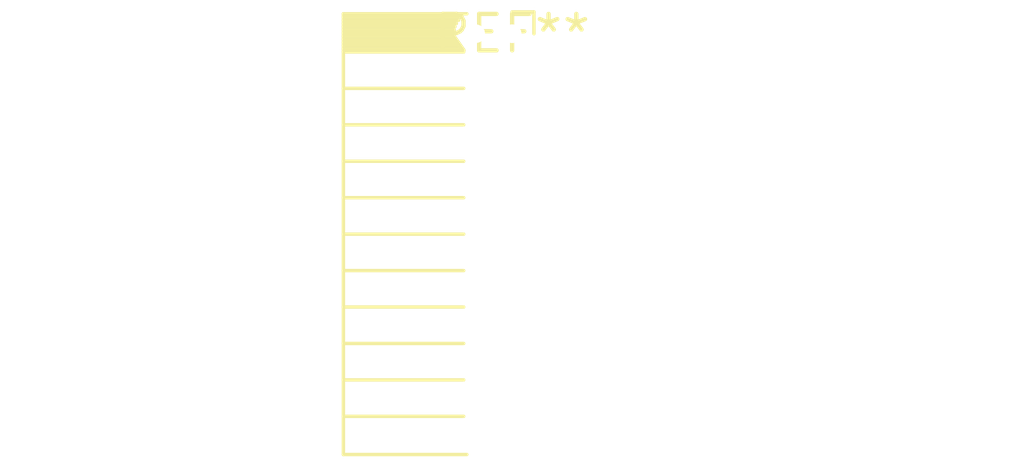
<source format=kicad_pcb>
(kicad_pcb (version 20240108) (generator pcbnew)
  (layers (0 "F.Cu" signal) (31 "B.Cu" signal) (34 "B.Paste" user) (35 "F.Paste" user) (36 "B.SilkS" user "B.Silkscreen") (37 "F.SilkS" user "F.Silkscreen") (38 "B.Mask" user) (39 "F.Mask" user) (44 "Edge.Cuts" user))
  (net 0 "")
  (footprint "PinSocket_2x12_P1.27mm_Horizontal" (layer "F.Cu") (at 0 0)
    (property "Reference" "REF**")
    (property "Value" "PinSocket_2x12_P1.27mm_Horizontal")
    (fp_line (start -5.88 -0.695) (end -5.88 14.665) (layer "F.SilkS") (stroke (width 0.12)))
    (fp_line (start -5.88 -0.695) (end -1.57753 -0.695) (layer "F.SilkS") (stroke (width 0.12)))
    (fp_line (start -5.88 -0.575) (end -1.766966 -0.575) (layer "F.SilkS") (stroke (width 0.12)))
    (fp_line (start -5.88 -0.465) (end -1.871145 -0.465) (layer "F.SilkS") (stroke (width 0.12)))
    (fp_line (start -5.88 -0.355) (end -1.941993 -0.355) (layer "F.SilkS") (stroke (width 0.12)))
    (fp_line (start -5.88 -0.245) (end -1.989427 -0.245) (layer "F.SilkS") (stroke (width 0.12)))
    (fp_line (start -5.88 -0.135) (end -2.017914 -0.135) (layer "F.SilkS") (stroke (width 0.12)))
    (fp_line (start -5.88 -0.025) (end -2.029589 -0.025) (layer "F.SilkS") (stroke (width 0.12)))
    (fp_line (start -5.88 0.085) (end -2.025232 0.085) (layer "F.SilkS") (stroke (width 0.12)))
    (fp_line (start -5.88 0.195) (end -2.004558 0.195) (layer "F.SilkS") (stroke (width 0.12)))
    (fp_line (start -5.88 0.305) (end -1.966114 0.305) (layer "F.SilkS") (stroke (width 0.12)))
    (fp_line (start -5.88 0.415) (end -1.906691 0.415) (layer "F.SilkS") (stroke (width 0.12)))
    (fp_line (start -5.88 0.525) (end -1.819523 0.525) (layer "F.SilkS") (stroke (width 0.12)))
    (fp_line (start -5.88 0.635) (end -1.687582 0.635) (layer "F.SilkS") (stroke (width 0.12)))
    (fp_line (start -5.88 1.905) (end -1.687582 1.905) (layer "F.SilkS") (stroke (width 0.12)))
    (fp_line (start -5.88 3.175) (end -1.687582 3.175) (layer "F.SilkS") (stroke (width 0.12)))
    (fp_line (start -5.88 4.445) (end -1.687582 4.445) (layer "F.SilkS") (stroke (width 0.12)))
    (fp_line (start -5.88 5.715) (end -1.687582 5.715) (layer "F.SilkS") (stroke (width 0.12)))
    (fp_line (start -5.88 6.985) (end -1.687582 6.985) (layer "F.SilkS") (stroke (width 0.12)))
    (fp_line (start -5.88 8.255) (end -1.687582 8.255) (layer "F.SilkS") (stroke (width 0.12)))
    (fp_line (start -5.88 9.525) (end -1.687582 9.525) (layer "F.SilkS") (stroke (width 0.12)))
    (fp_line (start -5.88 10.795) (end -1.687582 10.795) (layer "F.SilkS") (stroke (width 0.12)))
    (fp_line (start -5.88 12.065) (end -1.687582 12.065) (layer "F.SilkS") (stroke (width 0.12)))
    (fp_line (start -5.88 13.335) (end -1.687582 13.335) (layer "F.SilkS") (stroke (width 0.12)))
    (fp_line (start -5.88 14.665) (end -1.57753 14.665) (layer "F.SilkS") (stroke (width 0.12)))
    (fp_line (start 0 -0.76) (end 0.76 -0.76) (layer "F.SilkS") (stroke (width 0.12)))
    (fp_line (start 0.76 -0.76) (end 0.76 0) (layer "F.SilkS") (stroke (width 0.12)))
    (pad "1" thru_hole rect (at 0 0) (size 1 1) (drill 0.65) (layers *.Cu *.Mask) (remove_unused_layers))
    (pad "2" thru_hole oval (at -1.27 0) (size 1 1) (drill 0.65) (layers *.Cu *.Mask) (remove_unused_layers))
    (pad "3" thru_hole oval (at 0 1.27) (size 1 1) (drill 0.65) (layers *.Cu *.Mask) (remove_unused_layers))
    (pad "4" thru_hole oval (at -1.27 1.27) (size 1 1) (drill 0.65) (layers *.Cu *.Mask) (remove_unused_layers))
    (pad "5" thru_hole oval (at 0 2.54) (size 1 1) (drill 0.65) (layers *.Cu *.Mask) (remove_unused_layers))
    (pad "6" thru_hole oval (at -1.27 2.54) (size 1 1) (drill 0.65) (layers *.Cu *.Mask) (remove_unused_layers))
    (pad "7" thru_hole oval (at 0 3.81) (size 1 1) (drill 0.65) (layers *.Cu *.Mask) (remove_unused_layers))
    (pad "8" thru_hole oval (at -1.27 3.81) (size 1 1) (drill 0.65) (layers *.Cu *.Mask) (remove_unused_layers))
    (pad "9" thru_hole oval (at 0 5.08) (size 1 1) (drill 0.65) (layers *.Cu *.Mask) (remove_unused_layers))
    (pad "10" thru_hole oval (at -1.27 5.08) (size 1 1) (drill 0.65) (layers *.Cu *.Mask) (remove_unused_layers))
    (pad "11" thru_hole oval (at 0 6.35) (size 1 1) (drill 0.65) (layers *.Cu *.Mask) (remove_unused_layers))
    (pad "12" thru_hole oval (at -1.27 6.35) (size 1 1) (drill 0.65) (layers *.Cu *.Mask) (remove_unused_layers))
    (pad "13" thru_hole oval (at 0 7.62) (size 1 1) (drill 0.65) (layers *.Cu *.Mask) (remove_unused_layers))
    (pad "14" thru_hole oval (at -1.27 7.62) (size 1 1) (drill 0.65) (layers *.Cu *.Mask) (remove_unused_layers))
    (pad "15" thru_hole oval (at 0 8.89) (size 1 1) (drill 0.65) (layers *.Cu *.Mask) (remove_unused_layers))
    (pad "16" thru_hole oval (at -1.27 8.89) (size 1 1) (drill 0.65) (layers *.Cu *.Mask) (remove_unused_layers))
    (pad "17" thru_hole oval (at 0 10.16) (size 1 1) (drill 0.65) (layers *.Cu *.Mask) (remove_unused_layers))
    (pad "18" thru_hole oval (at -1.27 10.16) (size 1 1) (drill 0.65) (layers *.Cu *.Mask) (remove_unused_layers))
    (pad "19" thru_hole oval (at 0 11.43) (size 1 1) (drill 0.65) (layers *.Cu *.Mask) (remove_unused_layers))
    (pad "20" thru_hole oval (at -1.27 11.43) (size 1 1) (drill 0.65) (layers *.Cu *.Mask) (remove_unused_layers))
    (pad "21" thru_hole oval (at 0 12.7) (size 1 1) (drill 0.65) (layers *.Cu *.Mask) (remove_unused_layers))
    (pad "22" thru_hole oval (at -1.27 12.7) (size 1 1) (drill 0.65) (layers *.Cu *.Mask) (remove_unused_layers))
    (pad "23" thru_hole oval (at 0 13.97) (size 1 1) (drill 0.65) (layers *.Cu *.Mask) (remove_unused_layers))
    (pad "24" thru_hole oval (at -1.27 13.97) (size 1 1) (drill 0.65) (layers *.Cu *.Mask) (remove_unused_layers))
  )
)
</source>
